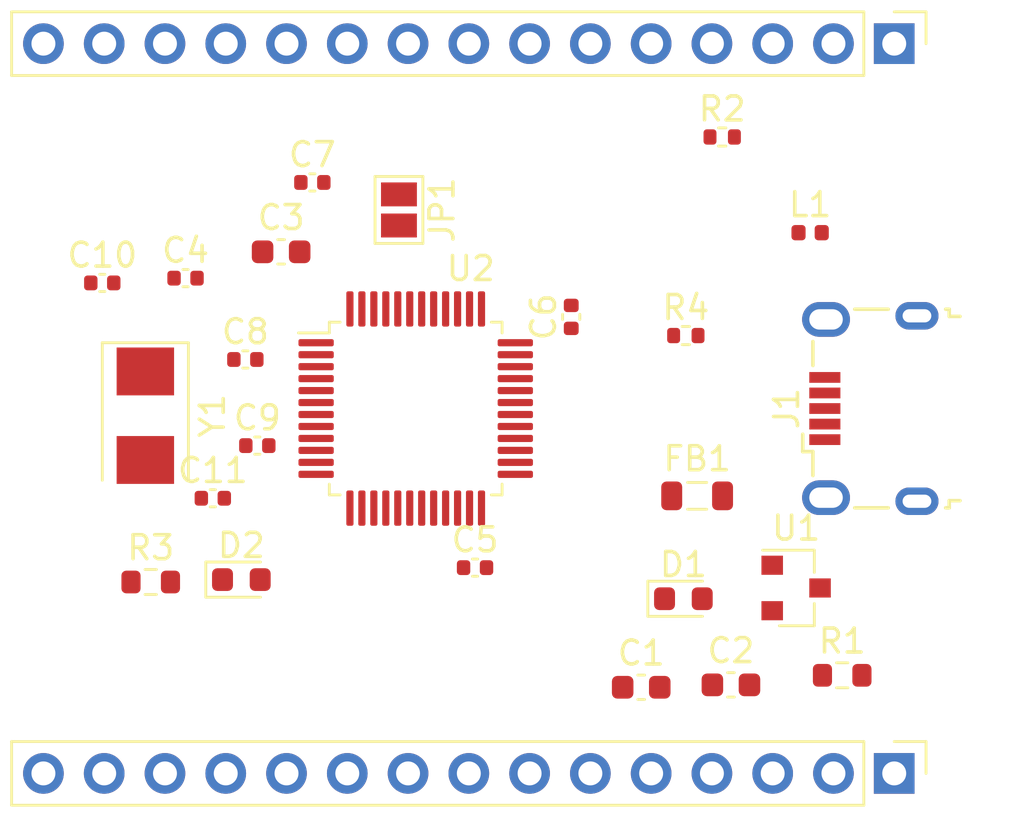
<source format=kicad_pcb>
(kicad_pcb (version 20171130) (host pcbnew "(5.1.10-1-10_14)")

  (general
    (thickness 1.6)
    (drawings 0)
    (tracks 0)
    (zones 0)
    (modules 26)
    (nets 49)
  )

  (page A4)
  (layers
    (0 F.Cu signal)
    (31 B.Cu signal)
    (32 B.Adhes user)
    (33 F.Adhes user)
    (34 B.Paste user)
    (35 F.Paste user)
    (36 B.SilkS user)
    (37 F.SilkS user)
    (38 B.Mask user)
    (39 F.Mask user)
    (40 Dwgs.User user)
    (41 Cmts.User user)
    (42 Eco1.User user)
    (43 Eco2.User user)
    (44 Edge.Cuts user)
    (45 Margin user)
    (46 B.CrtYd user)
    (47 F.CrtYd user)
    (48 B.Fab user)
    (49 F.Fab user)
  )

  (setup
    (last_trace_width 0.25)
    (trace_clearance 0.2)
    (zone_clearance 0.508)
    (zone_45_only no)
    (trace_min 0.2)
    (via_size 0.8)
    (via_drill 0.4)
    (via_min_size 0.4)
    (via_min_drill 0.3)
    (uvia_size 0.3)
    (uvia_drill 0.1)
    (uvias_allowed no)
    (uvia_min_size 0.2)
    (uvia_min_drill 0.1)
    (edge_width 0.05)
    (segment_width 0.2)
    (pcb_text_width 0.3)
    (pcb_text_size 1.5 1.5)
    (mod_edge_width 0.12)
    (mod_text_size 1 1)
    (mod_text_width 0.15)
    (pad_size 1.524 1.524)
    (pad_drill 0.762)
    (pad_to_mask_clearance 0)
    (aux_axis_origin 0 0)
    (visible_elements FFFFFF7F)
    (pcbplotparams
      (layerselection 0x010fc_ffffffff)
      (usegerberextensions false)
      (usegerberattributes true)
      (usegerberadvancedattributes true)
      (creategerberjobfile true)
      (excludeedgelayer true)
      (linewidth 0.100000)
      (plotframeref false)
      (viasonmask false)
      (mode 1)
      (useauxorigin false)
      (hpglpennumber 1)
      (hpglpenspeed 20)
      (hpglpendiameter 15.000000)
      (psnegative false)
      (psa4output false)
      (plotreference true)
      (plotvalue true)
      (plotinvisibletext false)
      (padsonsilk false)
      (subtractmaskfromsilk false)
      (outputformat 1)
      (mirror false)
      (drillshape 1)
      (scaleselection 1)
      (outputdirectory ""))
  )

  (net 0 "")
  (net 1 GND)
  (net 2 VCC)
  (net 3 +3V3)
  (net 4 +3.3VA)
  (net 5 /HSE_OUT)
  (net 6 /HSE_IN)
  (net 7 "Net-(D1-Pad1)")
  (net 8 /LED_STAT)
  (net 9 "Net-(D2-Pad1)")
  (net 10 +5V)
  (net 11 "Net-(J1-Pad6)")
  (net 12 "Net-(J1-Pad4)")
  (net 13 USB_D+)
  (net 14 USB_D-)
  (net 15 PC15)
  (net 16 PC14)
  (net 17 PC13)
  (net 18 PB9)
  (net 19 PB8)
  (net 20 PB7)
  (net 21 PB6)
  (net 22 PB5)
  (net 23 PB4)
  (net 24 SWO)
  (net 25 PA15)
  (net 26 SWCLK)
  (net 27 SWDIO)
  (net 28 PA3)
  (net 29 PA4)
  (net 30 PA5)
  (net 31 PA6)
  (net 32 PA7)
  (net 33 PB0)
  (net 34 PB1)
  (net 35 PB2)
  (net 36 PB10)
  (net 37 PB11)
  (net 38 PA8)
  (net 39 PA9)
  (net 40 PA10)
  (net 41 /BOOT0)
  (net 42 "Net-(U2-Pad28)")
  (net 43 "Net-(U2-Pad27)")
  (net 44 "Net-(U2-Pad26)")
  (net 45 "Net-(U2-Pad25)")
  (net 46 "Net-(U2-Pad12)")
  (net 47 "Net-(U2-Pad10)")
  (net 48 "Net-(U2-Pad7)")

  (net_class Default "This is the default net class."
    (clearance 0.2)
    (trace_width 0.25)
    (via_dia 0.8)
    (via_drill 0.4)
    (uvia_dia 0.3)
    (uvia_drill 0.1)
    (add_net +3.3VA)
    (add_net +3V3)
    (add_net +5V)
    (add_net /BOOT0)
    (add_net /HSE_IN)
    (add_net /HSE_OUT)
    (add_net /LED_STAT)
    (add_net GND)
    (add_net "Net-(D1-Pad1)")
    (add_net "Net-(D2-Pad1)")
    (add_net "Net-(J1-Pad4)")
    (add_net "Net-(J1-Pad6)")
    (add_net "Net-(U2-Pad10)")
    (add_net "Net-(U2-Pad12)")
    (add_net "Net-(U2-Pad25)")
    (add_net "Net-(U2-Pad26)")
    (add_net "Net-(U2-Pad27)")
    (add_net "Net-(U2-Pad28)")
    (add_net "Net-(U2-Pad7)")
    (add_net PA10)
    (add_net PA15)
    (add_net PA3)
    (add_net PA4)
    (add_net PA5)
    (add_net PA6)
    (add_net PA7)
    (add_net PA8)
    (add_net PA9)
    (add_net PB0)
    (add_net PB1)
    (add_net PB10)
    (add_net PB11)
    (add_net PB2)
    (add_net PB4)
    (add_net PB5)
    (add_net PB6)
    (add_net PB7)
    (add_net PB8)
    (add_net PB9)
    (add_net PC13)
    (add_net PC14)
    (add_net PC15)
    (add_net SWCLK)
    (add_net SWDIO)
    (add_net SWO)
    (add_net USB_D+)
    (add_net USB_D-)
    (add_net VCC)
  )

  (module Crystal:Crystal_SMD_5032-2Pin_5.0x3.2mm (layer F.Cu) (tedit 5A0FD1B2) (tstamp 60D752A2)
    (at 118.7 115.55 270)
    (descr "SMD Crystal SERIES SMD2520/2 http://www.icbase.com/File/PDF/HKC/HKC00061008.pdf, 5.0x3.2mm^2 package")
    (tags "SMD SMT crystal")
    (path /60D6E442)
    (attr smd)
    (fp_text reference Y1 (at 0 -2.8 90) (layer F.SilkS)
      (effects (font (size 1 1) (thickness 0.15)))
    )
    (fp_text value 8MHz (at 0 2.8 90) (layer F.Fab)
      (effects (font (size 1 1) (thickness 0.15)))
    )
    (fp_circle (center 0 0) (end 0.093333 0) (layer F.Adhes) (width 0.186667))
    (fp_circle (center 0 0) (end 0.213333 0) (layer F.Adhes) (width 0.133333))
    (fp_circle (center 0 0) (end 0.333333 0) (layer F.Adhes) (width 0.133333))
    (fp_circle (center 0 0) (end 0.4 0) (layer F.Adhes) (width 0.1))
    (fp_line (start 3.1 -1.9) (end -3.1 -1.9) (layer F.CrtYd) (width 0.05))
    (fp_line (start 3.1 1.9) (end 3.1 -1.9) (layer F.CrtYd) (width 0.05))
    (fp_line (start -3.1 1.9) (end 3.1 1.9) (layer F.CrtYd) (width 0.05))
    (fp_line (start -3.1 -1.9) (end -3.1 1.9) (layer F.CrtYd) (width 0.05))
    (fp_line (start -3.05 1.8) (end 2.7 1.8) (layer F.SilkS) (width 0.12))
    (fp_line (start -3.05 -1.8) (end -3.05 1.8) (layer F.SilkS) (width 0.12))
    (fp_line (start 2.7 -1.8) (end -3.05 -1.8) (layer F.SilkS) (width 0.12))
    (fp_line (start -2.5 0.6) (end -1.5 1.6) (layer F.Fab) (width 0.1))
    (fp_line (start -2.5 -1.4) (end -2.3 -1.6) (layer F.Fab) (width 0.1))
    (fp_line (start -2.5 1.4) (end -2.5 -1.4) (layer F.Fab) (width 0.1))
    (fp_line (start -2.3 1.6) (end -2.5 1.4) (layer F.Fab) (width 0.1))
    (fp_line (start 2.3 1.6) (end -2.3 1.6) (layer F.Fab) (width 0.1))
    (fp_line (start 2.5 1.4) (end 2.3 1.6) (layer F.Fab) (width 0.1))
    (fp_line (start 2.5 -1.4) (end 2.5 1.4) (layer F.Fab) (width 0.1))
    (fp_line (start 2.3 -1.6) (end 2.5 -1.4) (layer F.Fab) (width 0.1))
    (fp_line (start -2.3 -1.6) (end 2.3 -1.6) (layer F.Fab) (width 0.1))
    (fp_text user %R (at 0 0 90) (layer F.Fab)
      (effects (font (size 1 1) (thickness 0.15)))
    )
    (pad 2 smd rect (at 1.85 0 270) (size 2 2.4) (layers F.Cu F.Paste F.Mask)
      (net 6 /HSE_IN))
    (pad 1 smd rect (at -1.85 0 270) (size 2 2.4) (layers F.Cu F.Paste F.Mask)
      (net 5 /HSE_OUT))
    (model ${KISYS3DMOD}/Crystal.3dshapes/Crystal_SMD_5032-2Pin_5.0x3.2mm.wrl
      (at (xyz 0 0 0))
      (scale (xyz 1 1 1))
      (rotate (xyz 0 0 0))
    )
  )

  (module Package_QFP:LQFP-48_7x7mm_P0.5mm (layer F.Cu) (tedit 5D9F72AF) (tstamp 60D7D206)
    (at 130 115.25)
    (descr "LQFP, 48 Pin (https://www.analog.com/media/en/technical-documentation/data-sheets/ltc2358-16.pdf), generated with kicad-footprint-generator ipc_gullwing_generator.py")
    (tags "LQFP QFP")
    (path /60D73076)
    (attr smd)
    (fp_text reference U2 (at 2.3 -5.85) (layer F.SilkS)
      (effects (font (size 1 1) (thickness 0.15)))
    )
    (fp_text value STM32F103C8T6 (at 0 5.85) (layer F.Fab) hide
      (effects (font (size 1 1) (thickness 0.15)))
    )
    (fp_line (start 5.15 3.15) (end 5.15 0) (layer F.CrtYd) (width 0.05))
    (fp_line (start 3.75 3.15) (end 5.15 3.15) (layer F.CrtYd) (width 0.05))
    (fp_line (start 3.75 3.75) (end 3.75 3.15) (layer F.CrtYd) (width 0.05))
    (fp_line (start 3.15 3.75) (end 3.75 3.75) (layer F.CrtYd) (width 0.05))
    (fp_line (start 3.15 5.15) (end 3.15 3.75) (layer F.CrtYd) (width 0.05))
    (fp_line (start 0 5.15) (end 3.15 5.15) (layer F.CrtYd) (width 0.05))
    (fp_line (start -5.15 3.15) (end -5.15 0) (layer F.CrtYd) (width 0.05))
    (fp_line (start -3.75 3.15) (end -5.15 3.15) (layer F.CrtYd) (width 0.05))
    (fp_line (start -3.75 3.75) (end -3.75 3.15) (layer F.CrtYd) (width 0.05))
    (fp_line (start -3.15 3.75) (end -3.75 3.75) (layer F.CrtYd) (width 0.05))
    (fp_line (start -3.15 5.15) (end -3.15 3.75) (layer F.CrtYd) (width 0.05))
    (fp_line (start 0 5.15) (end -3.15 5.15) (layer F.CrtYd) (width 0.05))
    (fp_line (start 5.15 -3.15) (end 5.15 0) (layer F.CrtYd) (width 0.05))
    (fp_line (start 3.75 -3.15) (end 5.15 -3.15) (layer F.CrtYd) (width 0.05))
    (fp_line (start 3.75 -3.75) (end 3.75 -3.15) (layer F.CrtYd) (width 0.05))
    (fp_line (start 3.15 -3.75) (end 3.75 -3.75) (layer F.CrtYd) (width 0.05))
    (fp_line (start 3.15 -5.15) (end 3.15 -3.75) (layer F.CrtYd) (width 0.05))
    (fp_line (start 0 -5.15) (end 3.15 -5.15) (layer F.CrtYd) (width 0.05))
    (fp_line (start -5.15 -3.15) (end -5.15 0) (layer F.CrtYd) (width 0.05))
    (fp_line (start -3.75 -3.15) (end -5.15 -3.15) (layer F.CrtYd) (width 0.05))
    (fp_line (start -3.75 -3.75) (end -3.75 -3.15) (layer F.CrtYd) (width 0.05))
    (fp_line (start -3.15 -3.75) (end -3.75 -3.75) (layer F.CrtYd) (width 0.05))
    (fp_line (start -3.15 -5.15) (end -3.15 -3.75) (layer F.CrtYd) (width 0.05))
    (fp_line (start 0 -5.15) (end -3.15 -5.15) (layer F.CrtYd) (width 0.05))
    (fp_line (start -3.5 -2.5) (end -2.5 -3.5) (layer F.Fab) (width 0.1))
    (fp_line (start -3.5 3.5) (end -3.5 -2.5) (layer F.Fab) (width 0.1))
    (fp_line (start 3.5 3.5) (end -3.5 3.5) (layer F.Fab) (width 0.1))
    (fp_line (start 3.5 -3.5) (end 3.5 3.5) (layer F.Fab) (width 0.1))
    (fp_line (start -2.5 -3.5) (end 3.5 -3.5) (layer F.Fab) (width 0.1))
    (fp_line (start -3.61 -3.16) (end -4.9 -3.16) (layer F.SilkS) (width 0.12))
    (fp_line (start -3.61 -3.61) (end -3.61 -3.16) (layer F.SilkS) (width 0.12))
    (fp_line (start -3.16 -3.61) (end -3.61 -3.61) (layer F.SilkS) (width 0.12))
    (fp_line (start 3.61 -3.61) (end 3.61 -3.16) (layer F.SilkS) (width 0.12))
    (fp_line (start 3.16 -3.61) (end 3.61 -3.61) (layer F.SilkS) (width 0.12))
    (fp_line (start -3.61 3.61) (end -3.61 3.16) (layer F.SilkS) (width 0.12))
    (fp_line (start -3.16 3.61) (end -3.61 3.61) (layer F.SilkS) (width 0.12))
    (fp_line (start 3.61 3.61) (end 3.61 3.16) (layer F.SilkS) (width 0.12))
    (fp_line (start 3.16 3.61) (end 3.61 3.61) (layer F.SilkS) (width 0.12))
    (fp_text user %R (at 0 0) (layer F.Fab) hide
      (effects (font (size 1 1) (thickness 0.15)))
    )
    (pad 48 smd roundrect (at -2.75 -4.1625) (size 0.3 1.475) (layers F.Cu F.Paste F.Mask) (roundrect_rratio 0.25)
      (net 3 +3V3))
    (pad 47 smd roundrect (at -2.25 -4.1625) (size 0.3 1.475) (layers F.Cu F.Paste F.Mask) (roundrect_rratio 0.25)
      (net 1 GND))
    (pad 46 smd roundrect (at -1.75 -4.1625) (size 0.3 1.475) (layers F.Cu F.Paste F.Mask) (roundrect_rratio 0.25)
      (net 18 PB9))
    (pad 45 smd roundrect (at -1.25 -4.1625) (size 0.3 1.475) (layers F.Cu F.Paste F.Mask) (roundrect_rratio 0.25)
      (net 19 PB8))
    (pad 44 smd roundrect (at -0.75 -4.1625) (size 0.3 1.475) (layers F.Cu F.Paste F.Mask) (roundrect_rratio 0.25)
      (net 41 /BOOT0))
    (pad 43 smd roundrect (at -0.25 -4.1625) (size 0.3 1.475) (layers F.Cu F.Paste F.Mask) (roundrect_rratio 0.25)
      (net 20 PB7))
    (pad 42 smd roundrect (at 0.25 -4.1625) (size 0.3 1.475) (layers F.Cu F.Paste F.Mask) (roundrect_rratio 0.25)
      (net 21 PB6))
    (pad 41 smd roundrect (at 0.75 -4.1625) (size 0.3 1.475) (layers F.Cu F.Paste F.Mask) (roundrect_rratio 0.25)
      (net 22 PB5))
    (pad 40 smd roundrect (at 1.25 -4.1625) (size 0.3 1.475) (layers F.Cu F.Paste F.Mask) (roundrect_rratio 0.25)
      (net 23 PB4))
    (pad 39 smd roundrect (at 1.75 -4.1625) (size 0.3 1.475) (layers F.Cu F.Paste F.Mask) (roundrect_rratio 0.25)
      (net 24 SWO))
    (pad 38 smd roundrect (at 2.25 -4.1625) (size 0.3 1.475) (layers F.Cu F.Paste F.Mask) (roundrect_rratio 0.25)
      (net 25 PA15))
    (pad 37 smd roundrect (at 2.75 -4.1625) (size 0.3 1.475) (layers F.Cu F.Paste F.Mask) (roundrect_rratio 0.25)
      (net 26 SWCLK))
    (pad 36 smd roundrect (at 4.1625 -2.75) (size 1.475 0.3) (layers F.Cu F.Paste F.Mask) (roundrect_rratio 0.25)
      (net 3 +3V3))
    (pad 35 smd roundrect (at 4.1625 -2.25) (size 1.475 0.3) (layers F.Cu F.Paste F.Mask) (roundrect_rratio 0.25)
      (net 1 GND))
    (pad 34 smd roundrect (at 4.1625 -1.75) (size 1.475 0.3) (layers F.Cu F.Paste F.Mask) (roundrect_rratio 0.25)
      (net 27 SWDIO))
    (pad 33 smd roundrect (at 4.1625 -1.25) (size 1.475 0.3) (layers F.Cu F.Paste F.Mask) (roundrect_rratio 0.25)
      (net 13 USB_D+))
    (pad 32 smd roundrect (at 4.1625 -0.75) (size 1.475 0.3) (layers F.Cu F.Paste F.Mask) (roundrect_rratio 0.25)
      (net 14 USB_D-))
    (pad 31 smd roundrect (at 4.1625 -0.25) (size 1.475 0.3) (layers F.Cu F.Paste F.Mask) (roundrect_rratio 0.25)
      (net 40 PA10))
    (pad 30 smd roundrect (at 4.1625 0.25) (size 1.475 0.3) (layers F.Cu F.Paste F.Mask) (roundrect_rratio 0.25)
      (net 39 PA9))
    (pad 29 smd roundrect (at 4.1625 0.75) (size 1.475 0.3) (layers F.Cu F.Paste F.Mask) (roundrect_rratio 0.25)
      (net 38 PA8))
    (pad 28 smd roundrect (at 4.1625 1.25) (size 1.475 0.3) (layers F.Cu F.Paste F.Mask) (roundrect_rratio 0.25)
      (net 42 "Net-(U2-Pad28)"))
    (pad 27 smd roundrect (at 4.1625 1.75) (size 1.475 0.3) (layers F.Cu F.Paste F.Mask) (roundrect_rratio 0.25)
      (net 43 "Net-(U2-Pad27)"))
    (pad 26 smd roundrect (at 4.1625 2.25) (size 1.475 0.3) (layers F.Cu F.Paste F.Mask) (roundrect_rratio 0.25)
      (net 44 "Net-(U2-Pad26)"))
    (pad 25 smd roundrect (at 4.1625 2.75) (size 1.475 0.3) (layers F.Cu F.Paste F.Mask) (roundrect_rratio 0.25)
      (net 45 "Net-(U2-Pad25)"))
    (pad 24 smd roundrect (at 2.75 4.1625) (size 0.3 1.475) (layers F.Cu F.Paste F.Mask) (roundrect_rratio 0.25)
      (net 3 +3V3))
    (pad 23 smd roundrect (at 2.25 4.1625) (size 0.3 1.475) (layers F.Cu F.Paste F.Mask) (roundrect_rratio 0.25)
      (net 1 GND))
    (pad 22 smd roundrect (at 1.75 4.1625) (size 0.3 1.475) (layers F.Cu F.Paste F.Mask) (roundrect_rratio 0.25)
      (net 37 PB11))
    (pad 21 smd roundrect (at 1.25 4.1625) (size 0.3 1.475) (layers F.Cu F.Paste F.Mask) (roundrect_rratio 0.25)
      (net 36 PB10))
    (pad 20 smd roundrect (at 0.75 4.1625) (size 0.3 1.475) (layers F.Cu F.Paste F.Mask) (roundrect_rratio 0.25)
      (net 35 PB2))
    (pad 19 smd roundrect (at 0.25 4.1625) (size 0.3 1.475) (layers F.Cu F.Paste F.Mask) (roundrect_rratio 0.25)
      (net 34 PB1))
    (pad 18 smd roundrect (at -0.25 4.1625) (size 0.3 1.475) (layers F.Cu F.Paste F.Mask) (roundrect_rratio 0.25)
      (net 33 PB0))
    (pad 17 smd roundrect (at -0.75 4.1625) (size 0.3 1.475) (layers F.Cu F.Paste F.Mask) (roundrect_rratio 0.25)
      (net 32 PA7))
    (pad 16 smd roundrect (at -1.25 4.1625) (size 0.3 1.475) (layers F.Cu F.Paste F.Mask) (roundrect_rratio 0.25)
      (net 31 PA6))
    (pad 15 smd roundrect (at -1.75 4.1625) (size 0.3 1.475) (layers F.Cu F.Paste F.Mask) (roundrect_rratio 0.25)
      (net 30 PA5))
    (pad 14 smd roundrect (at -2.25 4.1625) (size 0.3 1.475) (layers F.Cu F.Paste F.Mask) (roundrect_rratio 0.25)
      (net 29 PA4))
    (pad 13 smd roundrect (at -2.75 4.1625) (size 0.3 1.475) (layers F.Cu F.Paste F.Mask) (roundrect_rratio 0.25)
      (net 28 PA3))
    (pad 12 smd roundrect (at -4.1625 2.75) (size 1.475 0.3) (layers F.Cu F.Paste F.Mask) (roundrect_rratio 0.25)
      (net 46 "Net-(U2-Pad12)"))
    (pad 11 smd roundrect (at -4.1625 2.25) (size 1.475 0.3) (layers F.Cu F.Paste F.Mask) (roundrect_rratio 0.25)
      (net 8 /LED_STAT))
    (pad 10 smd roundrect (at -4.1625 1.75) (size 1.475 0.3) (layers F.Cu F.Paste F.Mask) (roundrect_rratio 0.25)
      (net 47 "Net-(U2-Pad10)"))
    (pad 9 smd roundrect (at -4.1625 1.25) (size 1.475 0.3) (layers F.Cu F.Paste F.Mask) (roundrect_rratio 0.25)
      (net 4 +3.3VA))
    (pad 8 smd roundrect (at -4.1625 0.75) (size 1.475 0.3) (layers F.Cu F.Paste F.Mask) (roundrect_rratio 0.25)
      (net 1 GND))
    (pad 7 smd roundrect (at -4.1625 0.25) (size 1.475 0.3) (layers F.Cu F.Paste F.Mask) (roundrect_rratio 0.25)
      (net 48 "Net-(U2-Pad7)"))
    (pad 6 smd roundrect (at -4.1625 -0.25) (size 1.475 0.3) (layers F.Cu F.Paste F.Mask) (roundrect_rratio 0.25)
      (net 6 /HSE_IN))
    (pad 5 smd roundrect (at -4.1625 -0.75) (size 1.475 0.3) (layers F.Cu F.Paste F.Mask) (roundrect_rratio 0.25)
      (net 5 /HSE_OUT))
    (pad 4 smd roundrect (at -4.1625 -1.25) (size 1.475 0.3) (layers F.Cu F.Paste F.Mask) (roundrect_rratio 0.25)
      (net 15 PC15))
    (pad 3 smd roundrect (at -4.1625 -1.75) (size 1.475 0.3) (layers F.Cu F.Paste F.Mask) (roundrect_rratio 0.25)
      (net 16 PC14))
    (pad 2 smd roundrect (at -4.1625 -2.25) (size 1.475 0.3) (layers F.Cu F.Paste F.Mask) (roundrect_rratio 0.25)
      (net 17 PC13))
    (pad 1 smd roundrect (at -4.1625 -2.75) (size 1.475 0.3) (layers F.Cu F.Paste F.Mask) (roundrect_rratio 0.25)
      (net 3 +3V3))
    (model ${KISYS3DMOD}/Package_QFP.3dshapes/LQFP-48_7x7mm_P0.5mm.wrl
      (at (xyz 0 0 0))
      (scale (xyz 1 1 1))
      (rotate (xyz 0 0 0))
    )
  )

  (module Package_TO_SOT_SMD:SOT-23 (layer F.Cu) (tedit 5A02FF57) (tstamp 60D7D47A)
    (at 145.9 122.75)
    (descr "SOT-23, Standard")
    (tags SOT-23)
    (path /60D60935)
    (attr smd)
    (fp_text reference U1 (at 0 -2.5) (layer F.SilkS)
      (effects (font (size 1 1) (thickness 0.15)))
    )
    (fp_text value XC6206P332MR (at 0 2.5) (layer F.Fab)
      (effects (font (size 1 1) (thickness 0.15)))
    )
    (fp_line (start 0.76 1.58) (end -0.7 1.58) (layer F.SilkS) (width 0.12))
    (fp_line (start 0.76 -1.58) (end -1.4 -1.58) (layer F.SilkS) (width 0.12))
    (fp_line (start -1.7 1.75) (end -1.7 -1.75) (layer F.CrtYd) (width 0.05))
    (fp_line (start 1.7 1.75) (end -1.7 1.75) (layer F.CrtYd) (width 0.05))
    (fp_line (start 1.7 -1.75) (end 1.7 1.75) (layer F.CrtYd) (width 0.05))
    (fp_line (start -1.7 -1.75) (end 1.7 -1.75) (layer F.CrtYd) (width 0.05))
    (fp_line (start 0.76 -1.58) (end 0.76 -0.65) (layer F.SilkS) (width 0.12))
    (fp_line (start 0.76 1.58) (end 0.76 0.65) (layer F.SilkS) (width 0.12))
    (fp_line (start -0.7 1.52) (end 0.7 1.52) (layer F.Fab) (width 0.1))
    (fp_line (start 0.7 -1.52) (end 0.7 1.52) (layer F.Fab) (width 0.1))
    (fp_line (start -0.7 -0.95) (end -0.15 -1.52) (layer F.Fab) (width 0.1))
    (fp_line (start -0.15 -1.52) (end 0.7 -1.52) (layer F.Fab) (width 0.1))
    (fp_line (start -0.7 -0.95) (end -0.7 1.5) (layer F.Fab) (width 0.1))
    (fp_text user %R (at 0 0 90) (layer F.Fab)
      (effects (font (size 0.5 0.5) (thickness 0.075)))
    )
    (pad 3 smd rect (at 1 0) (size 0.9 0.8) (layers F.Cu F.Paste F.Mask)
      (net 2 VCC))
    (pad 2 smd rect (at -1 0.95) (size 0.9 0.8) (layers F.Cu F.Paste F.Mask)
      (net 3 +3V3))
    (pad 1 smd rect (at -1 -0.95) (size 0.9 0.8) (layers F.Cu F.Paste F.Mask)
      (net 1 GND))
    (model ${KISYS3DMOD}/Package_TO_SOT_SMD.3dshapes/SOT-23.wrl
      (at (xyz 0 0 0))
      (scale (xyz 1 1 1))
      (rotate (xyz 0 0 0))
    )
  )

  (module Resistor_SMD:R_0402_1005Metric (layer F.Cu) (tedit 5F68FEEE) (tstamp 60D75217)
    (at 141.29 112.2)
    (descr "Resistor SMD 0402 (1005 Metric), square (rectangular) end terminal, IPC_7351 nominal, (Body size source: IPC-SM-782 page 72, https://www.pcb-3d.com/wordpress/wp-content/uploads/ipc-sm-782a_amendment_1_and_2.pdf), generated with kicad-footprint-generator")
    (tags resistor)
    (path /60D829FA)
    (attr smd)
    (fp_text reference R4 (at 0 -1.17) (layer F.SilkS)
      (effects (font (size 1 1) (thickness 0.15)))
    )
    (fp_text value 1k5 (at 0 1.17) (layer F.Fab)
      (effects (font (size 1 1) (thickness 0.15)))
    )
    (fp_line (start 0.93 0.47) (end -0.93 0.47) (layer F.CrtYd) (width 0.05))
    (fp_line (start 0.93 -0.47) (end 0.93 0.47) (layer F.CrtYd) (width 0.05))
    (fp_line (start -0.93 -0.47) (end 0.93 -0.47) (layer F.CrtYd) (width 0.05))
    (fp_line (start -0.93 0.47) (end -0.93 -0.47) (layer F.CrtYd) (width 0.05))
    (fp_line (start -0.153641 0.38) (end 0.153641 0.38) (layer F.SilkS) (width 0.12))
    (fp_line (start -0.153641 -0.38) (end 0.153641 -0.38) (layer F.SilkS) (width 0.12))
    (fp_line (start 0.525 0.27) (end -0.525 0.27) (layer F.Fab) (width 0.1))
    (fp_line (start 0.525 -0.27) (end 0.525 0.27) (layer F.Fab) (width 0.1))
    (fp_line (start -0.525 -0.27) (end 0.525 -0.27) (layer F.Fab) (width 0.1))
    (fp_line (start -0.525 0.27) (end -0.525 -0.27) (layer F.Fab) (width 0.1))
    (fp_text user %R (at 0 0) (layer F.Fab)
      (effects (font (size 0.26 0.26) (thickness 0.04)))
    )
    (pad 2 smd roundrect (at 0.51 0) (size 0.54 0.64) (layers F.Cu F.Paste F.Mask) (roundrect_rratio 0.25)
      (net 13 USB_D+))
    (pad 1 smd roundrect (at -0.51 0) (size 0.54 0.64) (layers F.Cu F.Paste F.Mask) (roundrect_rratio 0.25)
      (net 3 +3V3))
    (model ${KISYS3DMOD}/Resistor_SMD.3dshapes/R_0402_1005Metric.wrl
      (at (xyz 0 0 0))
      (scale (xyz 1 1 1))
      (rotate (xyz 0 0 0))
    )
  )

  (module Resistor_SMD:R_0603_1608Metric (layer F.Cu) (tedit 5F68FEEE) (tstamp 60D75206)
    (at 118.925 122.5)
    (descr "Resistor SMD 0603 (1608 Metric), square (rectangular) end terminal, IPC_7351 nominal, (Body size source: IPC-SM-782 page 72, https://www.pcb-3d.com/wordpress/wp-content/uploads/ipc-sm-782a_amendment_1_and_2.pdf), generated with kicad-footprint-generator")
    (tags resistor)
    (path /60D8979E)
    (attr smd)
    (fp_text reference R3 (at 0 -1.43) (layer F.SilkS)
      (effects (font (size 1 1) (thickness 0.15)))
    )
    (fp_text value 1k5 (at 0 1.43) (layer F.Fab)
      (effects (font (size 1 1) (thickness 0.15)))
    )
    (fp_line (start 1.48 0.73) (end -1.48 0.73) (layer F.CrtYd) (width 0.05))
    (fp_line (start 1.48 -0.73) (end 1.48 0.73) (layer F.CrtYd) (width 0.05))
    (fp_line (start -1.48 -0.73) (end 1.48 -0.73) (layer F.CrtYd) (width 0.05))
    (fp_line (start -1.48 0.73) (end -1.48 -0.73) (layer F.CrtYd) (width 0.05))
    (fp_line (start -0.237258 0.5225) (end 0.237258 0.5225) (layer F.SilkS) (width 0.12))
    (fp_line (start -0.237258 -0.5225) (end 0.237258 -0.5225) (layer F.SilkS) (width 0.12))
    (fp_line (start 0.8 0.4125) (end -0.8 0.4125) (layer F.Fab) (width 0.1))
    (fp_line (start 0.8 -0.4125) (end 0.8 0.4125) (layer F.Fab) (width 0.1))
    (fp_line (start -0.8 -0.4125) (end 0.8 -0.4125) (layer F.Fab) (width 0.1))
    (fp_line (start -0.8 0.4125) (end -0.8 -0.4125) (layer F.Fab) (width 0.1))
    (fp_text user %R (at 0 0) (layer F.Fab)
      (effects (font (size 0.4 0.4) (thickness 0.06)))
    )
    (pad 2 smd roundrect (at 0.825 0) (size 0.8 0.95) (layers F.Cu F.Paste F.Mask) (roundrect_rratio 0.25)
      (net 1 GND))
    (pad 1 smd roundrect (at -0.825 0) (size 0.8 0.95) (layers F.Cu F.Paste F.Mask) (roundrect_rratio 0.25)
      (net 9 "Net-(D2-Pad1)"))
    (model ${KISYS3DMOD}/Resistor_SMD.3dshapes/R_0603_1608Metric.wrl
      (at (xyz 0 0 0))
      (scale (xyz 1 1 1))
      (rotate (xyz 0 0 0))
    )
  )

  (module Resistor_SMD:R_0402_1005Metric (layer F.Cu) (tedit 5F68FEEE) (tstamp 60D751F5)
    (at 142.81 103.9)
    (descr "Resistor SMD 0402 (1005 Metric), square (rectangular) end terminal, IPC_7351 nominal, (Body size source: IPC-SM-782 page 72, https://www.pcb-3d.com/wordpress/wp-content/uploads/ipc-sm-782a_amendment_1_and_2.pdf), generated with kicad-footprint-generator")
    (tags resistor)
    (path /60D95D39)
    (attr smd)
    (fp_text reference R2 (at 0 -1.17) (layer F.SilkS)
      (effects (font (size 1 1) (thickness 0.15)))
    )
    (fp_text value 10k (at 0 1.17) (layer F.Fab)
      (effects (font (size 1 1) (thickness 0.15)))
    )
    (fp_line (start 0.93 0.47) (end -0.93 0.47) (layer F.CrtYd) (width 0.05))
    (fp_line (start 0.93 -0.47) (end 0.93 0.47) (layer F.CrtYd) (width 0.05))
    (fp_line (start -0.93 -0.47) (end 0.93 -0.47) (layer F.CrtYd) (width 0.05))
    (fp_line (start -0.93 0.47) (end -0.93 -0.47) (layer F.CrtYd) (width 0.05))
    (fp_line (start -0.153641 0.38) (end 0.153641 0.38) (layer F.SilkS) (width 0.12))
    (fp_line (start -0.153641 -0.38) (end 0.153641 -0.38) (layer F.SilkS) (width 0.12))
    (fp_line (start 0.525 0.27) (end -0.525 0.27) (layer F.Fab) (width 0.1))
    (fp_line (start 0.525 -0.27) (end 0.525 0.27) (layer F.Fab) (width 0.1))
    (fp_line (start -0.525 -0.27) (end 0.525 -0.27) (layer F.Fab) (width 0.1))
    (fp_line (start -0.525 0.27) (end -0.525 -0.27) (layer F.Fab) (width 0.1))
    (fp_text user %R (at 0 0) (layer F.Fab)
      (effects (font (size 0.26 0.26) (thickness 0.04)))
    )
    (pad 2 smd roundrect (at 0.51 0) (size 0.54 0.64) (layers F.Cu F.Paste F.Mask) (roundrect_rratio 0.25)
      (net 1 GND))
    (pad 1 smd roundrect (at -0.51 0) (size 0.54 0.64) (layers F.Cu F.Paste F.Mask) (roundrect_rratio 0.25)
      (net 41 /BOOT0))
    (model ${KISYS3DMOD}/Resistor_SMD.3dshapes/R_0402_1005Metric.wrl
      (at (xyz 0 0 0))
      (scale (xyz 1 1 1))
      (rotate (xyz 0 0 0))
    )
  )

  (module Resistor_SMD:R_0603_1608Metric (layer F.Cu) (tedit 5F68FEEE) (tstamp 60D751E4)
    (at 147.825 126.4)
    (descr "Resistor SMD 0603 (1608 Metric), square (rectangular) end terminal, IPC_7351 nominal, (Body size source: IPC-SM-782 page 72, https://www.pcb-3d.com/wordpress/wp-content/uploads/ipc-sm-782a_amendment_1_and_2.pdf), generated with kicad-footprint-generator")
    (tags resistor)
    (path /60D712C9)
    (attr smd)
    (fp_text reference R1 (at 0 -1.43) (layer F.SilkS)
      (effects (font (size 1 1) (thickness 0.15)))
    )
    (fp_text value 1k5 (at 0 1.43) (layer F.Fab)
      (effects (font (size 1 1) (thickness 0.15)))
    )
    (fp_line (start 1.48 0.73) (end -1.48 0.73) (layer F.CrtYd) (width 0.05))
    (fp_line (start 1.48 -0.73) (end 1.48 0.73) (layer F.CrtYd) (width 0.05))
    (fp_line (start -1.48 -0.73) (end 1.48 -0.73) (layer F.CrtYd) (width 0.05))
    (fp_line (start -1.48 0.73) (end -1.48 -0.73) (layer F.CrtYd) (width 0.05))
    (fp_line (start -0.237258 0.5225) (end 0.237258 0.5225) (layer F.SilkS) (width 0.12))
    (fp_line (start -0.237258 -0.5225) (end 0.237258 -0.5225) (layer F.SilkS) (width 0.12))
    (fp_line (start 0.8 0.4125) (end -0.8 0.4125) (layer F.Fab) (width 0.1))
    (fp_line (start 0.8 -0.4125) (end 0.8 0.4125) (layer F.Fab) (width 0.1))
    (fp_line (start -0.8 -0.4125) (end 0.8 -0.4125) (layer F.Fab) (width 0.1))
    (fp_line (start -0.8 0.4125) (end -0.8 -0.4125) (layer F.Fab) (width 0.1))
    (fp_text user %R (at 0 0) (layer F.Fab)
      (effects (font (size 0.4 0.4) (thickness 0.06)))
    )
    (pad 2 smd roundrect (at 0.825 0) (size 0.8 0.95) (layers F.Cu F.Paste F.Mask) (roundrect_rratio 0.25)
      (net 1 GND))
    (pad 1 smd roundrect (at -0.825 0) (size 0.8 0.95) (layers F.Cu F.Paste F.Mask) (roundrect_rratio 0.25)
      (net 7 "Net-(D1-Pad1)"))
    (model ${KISYS3DMOD}/Resistor_SMD.3dshapes/R_0603_1608Metric.wrl
      (at (xyz 0 0 0))
      (scale (xyz 1 1 1))
      (rotate (xyz 0 0 0))
    )
  )

  (module Inductor_SMD:L_0402_1005Metric (layer F.Cu) (tedit 5F68FEF0) (tstamp 60D751D3)
    (at 146.485 107.9)
    (descr "Inductor SMD 0402 (1005 Metric), square (rectangular) end terminal, IPC_7351 nominal, (Body size source: http://www.tortai-tech.com/upload/download/2011102023233369053.pdf), generated with kicad-footprint-generator")
    (tags inductor)
    (path /60D8528D)
    (attr smd)
    (fp_text reference L1 (at 0 -1.17) (layer F.SilkS)
      (effects (font (size 1 1) (thickness 0.15)))
    )
    (fp_text value 27n (at 0 1.17) (layer F.Fab)
      (effects (font (size 1 1) (thickness 0.15)))
    )
    (fp_line (start 0.93 0.47) (end -0.93 0.47) (layer F.CrtYd) (width 0.05))
    (fp_line (start 0.93 -0.47) (end 0.93 0.47) (layer F.CrtYd) (width 0.05))
    (fp_line (start -0.93 -0.47) (end 0.93 -0.47) (layer F.CrtYd) (width 0.05))
    (fp_line (start -0.93 0.47) (end -0.93 -0.47) (layer F.CrtYd) (width 0.05))
    (fp_line (start 0.5 0.25) (end -0.5 0.25) (layer F.Fab) (width 0.1))
    (fp_line (start 0.5 -0.25) (end 0.5 0.25) (layer F.Fab) (width 0.1))
    (fp_line (start -0.5 -0.25) (end 0.5 -0.25) (layer F.Fab) (width 0.1))
    (fp_line (start -0.5 0.25) (end -0.5 -0.25) (layer F.Fab) (width 0.1))
    (fp_text user %R (at 0 0) (layer F.Fab)
      (effects (font (size 0.25 0.25) (thickness 0.04)))
    )
    (pad 2 smd roundrect (at 0.485 0) (size 0.59 0.64) (layers F.Cu F.Paste F.Mask) (roundrect_rratio 0.25)
      (net 4 +3.3VA))
    (pad 1 smd roundrect (at -0.485 0) (size 0.59 0.64) (layers F.Cu F.Paste F.Mask) (roundrect_rratio 0.25)
      (net 3 +3V3))
    (model ${KISYS3DMOD}/Inductor_SMD.3dshapes/L_0402_1005Metric.wrl
      (at (xyz 0 0 0))
      (scale (xyz 1 1 1))
      (rotate (xyz 0 0 0))
    )
  )

  (module Jumper:SolderJumper-2_P1.3mm_Open_Pad1.0x1.5mm (layer F.Cu) (tedit 5A3EABFC) (tstamp 60D751C4)
    (at 129.3 106.95 270)
    (descr "SMD Solder Jumper, 1x1.5mm Pads, 0.3mm gap, open")
    (tags "solder jumper open")
    (path /60D986B1)
    (attr virtual)
    (fp_text reference JP1 (at 0 -1.8 90) (layer F.SilkS)
      (effects (font (size 1 1) (thickness 0.15)))
    )
    (fp_text value SolderJumper_2_Open (at 0 1.9 90) (layer F.Fab)
      (effects (font (size 1 1) (thickness 0.15)))
    )
    (fp_line (start 1.65 1.25) (end -1.65 1.25) (layer F.CrtYd) (width 0.05))
    (fp_line (start 1.65 1.25) (end 1.65 -1.25) (layer F.CrtYd) (width 0.05))
    (fp_line (start -1.65 -1.25) (end -1.65 1.25) (layer F.CrtYd) (width 0.05))
    (fp_line (start -1.65 -1.25) (end 1.65 -1.25) (layer F.CrtYd) (width 0.05))
    (fp_line (start -1.4 -1) (end 1.4 -1) (layer F.SilkS) (width 0.12))
    (fp_line (start 1.4 -1) (end 1.4 1) (layer F.SilkS) (width 0.12))
    (fp_line (start 1.4 1) (end -1.4 1) (layer F.SilkS) (width 0.12))
    (fp_line (start -1.4 1) (end -1.4 -1) (layer F.SilkS) (width 0.12))
    (pad 1 smd rect (at -0.65 0 270) (size 1 1.5) (layers F.Cu F.Mask)
      (net 3 +3V3))
    (pad 2 smd rect (at 0.65 0 270) (size 1 1.5) (layers F.Cu F.Mask)
      (net 41 /BOOT0))
  )

  (module Connector_PinHeader_2.54mm:PinHeader_1x15_P2.54mm_Vertical (layer F.Cu) (tedit 59FED5CC) (tstamp 60D751B6)
    (at 150 130.5 270)
    (descr "Through hole straight pin header, 1x15, 2.54mm pitch, single row")
    (tags "Through hole pin header THT 1x15 2.54mm single row")
    (path /60D9C1D6)
    (fp_text reference J3 (at 0 -2.33 90) (layer F.SilkS) hide
      (effects (font (size 1 1) (thickness 0.15)))
    )
    (fp_text value Conn_01x15 (at 0 37.89 90) (layer F.Fab) hide
      (effects (font (size 1 1) (thickness 0.15)))
    )
    (fp_line (start 1.8 -1.8) (end -1.8 -1.8) (layer F.CrtYd) (width 0.05))
    (fp_line (start 1.8 37.35) (end 1.8 -1.8) (layer F.CrtYd) (width 0.05))
    (fp_line (start -1.8 37.35) (end 1.8 37.35) (layer F.CrtYd) (width 0.05))
    (fp_line (start -1.8 -1.8) (end -1.8 37.35) (layer F.CrtYd) (width 0.05))
    (fp_line (start -1.33 -1.33) (end 0 -1.33) (layer F.SilkS) (width 0.12))
    (fp_line (start -1.33 0) (end -1.33 -1.33) (layer F.SilkS) (width 0.12))
    (fp_line (start -1.33 1.27) (end 1.33 1.27) (layer F.SilkS) (width 0.12))
    (fp_line (start 1.33 1.27) (end 1.33 36.89) (layer F.SilkS) (width 0.12))
    (fp_line (start -1.33 1.27) (end -1.33 36.89) (layer F.SilkS) (width 0.12))
    (fp_line (start -1.33 36.89) (end 1.33 36.89) (layer F.SilkS) (width 0.12))
    (fp_line (start -1.27 -0.635) (end -0.635 -1.27) (layer F.Fab) (width 0.1))
    (fp_line (start -1.27 36.83) (end -1.27 -0.635) (layer F.Fab) (width 0.1))
    (fp_line (start 1.27 36.83) (end -1.27 36.83) (layer F.Fab) (width 0.1))
    (fp_line (start 1.27 -1.27) (end 1.27 36.83) (layer F.Fab) (width 0.1))
    (fp_line (start -0.635 -1.27) (end 1.27 -1.27) (layer F.Fab) (width 0.1))
    (fp_text user %R (at 0 17.78) (layer F.Fab) hide
      (effects (font (size 1 1) (thickness 0.15)))
    )
    (pad 15 thru_hole oval (at 0 35.56 270) (size 1.7 1.7) (drill 1) (layers *.Cu *.Mask)
      (net 28 PA3))
    (pad 14 thru_hole oval (at 0 33.02 270) (size 1.7 1.7) (drill 1) (layers *.Cu *.Mask)
      (net 29 PA4))
    (pad 13 thru_hole oval (at 0 30.48 270) (size 1.7 1.7) (drill 1) (layers *.Cu *.Mask)
      (net 30 PA5))
    (pad 12 thru_hole oval (at 0 27.94 270) (size 1.7 1.7) (drill 1) (layers *.Cu *.Mask)
      (net 31 PA6))
    (pad 11 thru_hole oval (at 0 25.4 270) (size 1.7 1.7) (drill 1) (layers *.Cu *.Mask)
      (net 32 PA7))
    (pad 10 thru_hole oval (at 0 22.86 270) (size 1.7 1.7) (drill 1) (layers *.Cu *.Mask)
      (net 33 PB0))
    (pad 9 thru_hole oval (at 0 20.32 270) (size 1.7 1.7) (drill 1) (layers *.Cu *.Mask)
      (net 34 PB1))
    (pad 8 thru_hole oval (at 0 17.78 270) (size 1.7 1.7) (drill 1) (layers *.Cu *.Mask)
      (net 35 PB2))
    (pad 7 thru_hole oval (at 0 15.24 270) (size 1.7 1.7) (drill 1) (layers *.Cu *.Mask)
      (net 36 PB10))
    (pad 6 thru_hole oval (at 0 12.7 270) (size 1.7 1.7) (drill 1) (layers *.Cu *.Mask)
      (net 37 PB11))
    (pad 5 thru_hole oval (at 0 10.16 270) (size 1.7 1.7) (drill 1) (layers *.Cu *.Mask)
      (net 38 PA8))
    (pad 4 thru_hole oval (at 0 7.62 270) (size 1.7 1.7) (drill 1) (layers *.Cu *.Mask)
      (net 39 PA9))
    (pad 3 thru_hole oval (at 0 5.08 270) (size 1.7 1.7) (drill 1) (layers *.Cu *.Mask)
      (net 40 PA10))
    (pad 2 thru_hole oval (at 0 2.54 270) (size 1.7 1.7) (drill 1) (layers *.Cu *.Mask)
      (net 1 GND))
    (pad 1 thru_hole rect (at 0 0 270) (size 1.7 1.7) (drill 1) (layers *.Cu *.Mask)
      (net 3 +3V3))
    (model ${KISYS3DMOD}/Connector_PinHeader_2.54mm.3dshapes/PinHeader_1x15_P2.54mm_Vertical.wrl
      (at (xyz 0 0 0))
      (scale (xyz 1 1 1))
      (rotate (xyz 0 0 0))
    )
  )

  (module Connector_PinHeader_2.54mm:PinHeader_1x15_P2.54mm_Vertical (layer F.Cu) (tedit 59FED5CC) (tstamp 60D75193)
    (at 150 100 270)
    (descr "Through hole straight pin header, 1x15, 2.54mm pitch, single row")
    (tags "Through hole pin header THT 1x15 2.54mm single row")
    (path /60D9A969)
    (fp_text reference J2 (at 0 -2.33 90) (layer F.SilkS) hide
      (effects (font (size 1 1) (thickness 0.15)))
    )
    (fp_text value Conn_01x15 (at 0 37.89 90) (layer F.Fab) hide
      (effects (font (size 1 1) (thickness 0.15)))
    )
    (fp_line (start 1.8 -1.8) (end -1.8 -1.8) (layer F.CrtYd) (width 0.05))
    (fp_line (start 1.8 37.35) (end 1.8 -1.8) (layer F.CrtYd) (width 0.05))
    (fp_line (start -1.8 37.35) (end 1.8 37.35) (layer F.CrtYd) (width 0.05))
    (fp_line (start -1.8 -1.8) (end -1.8 37.35) (layer F.CrtYd) (width 0.05))
    (fp_line (start -1.33 -1.33) (end 0 -1.33) (layer F.SilkS) (width 0.12))
    (fp_line (start -1.33 0) (end -1.33 -1.33) (layer F.SilkS) (width 0.12))
    (fp_line (start -1.33 1.27) (end 1.33 1.27) (layer F.SilkS) (width 0.12))
    (fp_line (start 1.33 1.27) (end 1.33 36.89) (layer F.SilkS) (width 0.12))
    (fp_line (start -1.33 1.27) (end -1.33 36.89) (layer F.SilkS) (width 0.12))
    (fp_line (start -1.33 36.89) (end 1.33 36.89) (layer F.SilkS) (width 0.12))
    (fp_line (start -1.27 -0.635) (end -0.635 -1.27) (layer F.Fab) (width 0.1))
    (fp_line (start -1.27 36.83) (end -1.27 -0.635) (layer F.Fab) (width 0.1))
    (fp_line (start 1.27 36.83) (end -1.27 36.83) (layer F.Fab) (width 0.1))
    (fp_line (start 1.27 -1.27) (end 1.27 36.83) (layer F.Fab) (width 0.1))
    (fp_line (start -0.635 -1.27) (end 1.27 -1.27) (layer F.Fab) (width 0.1))
    (fp_text user %R (at 0 17.78) (layer F.Fab) hide
      (effects (font (size 1 1) (thickness 0.15)))
    )
    (pad 15 thru_hole oval (at 0 35.56 270) (size 1.7 1.7) (drill 1) (layers *.Cu *.Mask)
      (net 15 PC15))
    (pad 14 thru_hole oval (at 0 33.02 270) (size 1.7 1.7) (drill 1) (layers *.Cu *.Mask)
      (net 16 PC14))
    (pad 13 thru_hole oval (at 0 30.48 270) (size 1.7 1.7) (drill 1) (layers *.Cu *.Mask)
      (net 17 PC13))
    (pad 12 thru_hole oval (at 0 27.94 270) (size 1.7 1.7) (drill 1) (layers *.Cu *.Mask)
      (net 18 PB9))
    (pad 11 thru_hole oval (at 0 25.4 270) (size 1.7 1.7) (drill 1) (layers *.Cu *.Mask)
      (net 19 PB8))
    (pad 10 thru_hole oval (at 0 22.86 270) (size 1.7 1.7) (drill 1) (layers *.Cu *.Mask)
      (net 20 PB7))
    (pad 9 thru_hole oval (at 0 20.32 270) (size 1.7 1.7) (drill 1) (layers *.Cu *.Mask)
      (net 21 PB6))
    (pad 8 thru_hole oval (at 0 17.78 270) (size 1.7 1.7) (drill 1) (layers *.Cu *.Mask)
      (net 22 PB5))
    (pad 7 thru_hole oval (at 0 15.24 270) (size 1.7 1.7) (drill 1) (layers *.Cu *.Mask)
      (net 23 PB4))
    (pad 6 thru_hole oval (at 0 12.7 270) (size 1.7 1.7) (drill 1) (layers *.Cu *.Mask)
      (net 24 SWO))
    (pad 5 thru_hole oval (at 0 10.16 270) (size 1.7 1.7) (drill 1) (layers *.Cu *.Mask)
      (net 25 PA15))
    (pad 4 thru_hole oval (at 0 7.62 270) (size 1.7 1.7) (drill 1) (layers *.Cu *.Mask)
      (net 26 SWCLK))
    (pad 3 thru_hole oval (at 0 5.08 270) (size 1.7 1.7) (drill 1) (layers *.Cu *.Mask)
      (net 27 SWDIO))
    (pad 2 thru_hole oval (at 0 2.54 270) (size 1.7 1.7) (drill 1) (layers *.Cu *.Mask)
      (net 1 GND))
    (pad 1 thru_hole rect (at 0 0 270) (size 1.7 1.7) (drill 1) (layers *.Cu *.Mask)
      (net 3 +3V3))
    (model ${KISYS3DMOD}/Connector_PinHeader_2.54mm.3dshapes/PinHeader_1x15_P2.54mm_Vertical.wrl
      (at (xyz 0 0 0))
      (scale (xyz 1 1 1))
      (rotate (xyz 0 0 0))
    )
  )

  (module Connector_USB:USB_Micro-B_Wuerth_629105150521 (layer F.Cu) (tedit 5A142044) (tstamp 60D75170)
    (at 149 115.25 90)
    (descr "USB Micro-B receptacle, http://www.mouser.com/ds/2/445/629105150521-469306.pdf")
    (tags "usb micro receptacle")
    (path /60D5FC5B)
    (attr smd)
    (fp_text reference J1 (at 0 -3.5 90) (layer F.SilkS)
      (effects (font (size 1 1) (thickness 0.15)))
    )
    (fp_text value USB_B_Micro (at 0 5.6 90) (layer F.Fab)
      (effects (font (size 1 1) (thickness 0.15)))
    )
    (fp_line (start 4.95 -3.34) (end -4.94 -3.34) (layer F.CrtYd) (width 0.05))
    (fp_line (start 4.95 4.85) (end 4.95 -3.34) (layer F.CrtYd) (width 0.05))
    (fp_line (start -4.94 4.85) (end 4.95 4.85) (layer F.CrtYd) (width 0.05))
    (fp_line (start -4.94 -3.34) (end -4.94 4.85) (layer F.CrtYd) (width 0.05))
    (fp_line (start 1.8 -2.4) (end 2.8 -2.4) (layer F.SilkS) (width 0.15))
    (fp_line (start -1.8 -2.4) (end -2.8 -2.4) (layer F.SilkS) (width 0.15))
    (fp_line (start -1.8 -2.825) (end -1.8 -2.4) (layer F.SilkS) (width 0.15))
    (fp_line (start -1.075 -2.825) (end -1.8 -2.825) (layer F.SilkS) (width 0.15))
    (fp_line (start 4.15 0.75) (end 4.15 -0.65) (layer F.SilkS) (width 0.15))
    (fp_line (start 4.15 3.3) (end 4.15 3.15) (layer F.SilkS) (width 0.15))
    (fp_line (start 3.85 3.3) (end 4.15 3.3) (layer F.SilkS) (width 0.15))
    (fp_line (start 3.85 3.75) (end 3.85 3.3) (layer F.SilkS) (width 0.15))
    (fp_line (start -3.85 3.3) (end -3.85 3.75) (layer F.SilkS) (width 0.15))
    (fp_line (start -4.15 3.3) (end -3.85 3.3) (layer F.SilkS) (width 0.15))
    (fp_line (start -4.15 3.15) (end -4.15 3.3) (layer F.SilkS) (width 0.15))
    (fp_line (start -4.15 -0.65) (end -4.15 0.75) (layer F.SilkS) (width 0.15))
    (fp_line (start -1.075 -2.95) (end -1.075 -2.725) (layer F.Fab) (width 0.15))
    (fp_line (start -1.525 -2.95) (end -1.075 -2.95) (layer F.Fab) (width 0.15))
    (fp_line (start -1.525 -2.725) (end -1.525 -2.95) (layer F.Fab) (width 0.15))
    (fp_line (start -1.3 -2.55) (end -1.525 -2.725) (layer F.Fab) (width 0.15))
    (fp_line (start -1.075 -2.725) (end -1.3 -2.55) (layer F.Fab) (width 0.15))
    (fp_line (start -2.7 3.75) (end 2.7 3.75) (layer F.Fab) (width 0.15))
    (fp_line (start 4 -2.25) (end -4 -2.25) (layer F.Fab) (width 0.15))
    (fp_line (start 4 3.15) (end 4 -2.25) (layer F.Fab) (width 0.15))
    (fp_line (start 3.7 3.15) (end 4 3.15) (layer F.Fab) (width 0.15))
    (fp_line (start 3.7 4.35) (end 3.7 3.15) (layer F.Fab) (width 0.15))
    (fp_line (start -3.7 4.35) (end 3.7 4.35) (layer F.Fab) (width 0.15))
    (fp_line (start -3.7 3.15) (end -3.7 4.35) (layer F.Fab) (width 0.15))
    (fp_line (start -4 3.15) (end -3.7 3.15) (layer F.Fab) (width 0.15))
    (fp_line (start -4 -2.25) (end -4 3.15) (layer F.Fab) (width 0.15))
    (fp_text user "PCB Edge" (at 0 3.75 90) (layer Dwgs.User)
      (effects (font (size 0.5 0.5) (thickness 0.08)))
    )
    (fp_text user %R (at 0 2.6 90) (layer F.Fab)
      (effects (font (size 1 1) (thickness 0.15)))
    )
    (pad "" np_thru_hole oval (at 2.5 -0.8 90) (size 0.8 0.8) (drill 0.8) (layers *.Cu *.Mask))
    (pad "" np_thru_hole oval (at -2.5 -0.8 90) (size 0.8 0.8) (drill 0.8) (layers *.Cu *.Mask))
    (pad 6 thru_hole oval (at 3.875 1.95 90) (size 1.15 1.8) (drill oval 0.55 1.2) (layers *.Cu *.Mask)
      (net 11 "Net-(J1-Pad6)"))
    (pad 6 thru_hole oval (at -3.875 1.95 90) (size 1.15 1.8) (drill oval 0.55 1.2) (layers *.Cu *.Mask)
      (net 11 "Net-(J1-Pad6)"))
    (pad 6 thru_hole oval (at 3.725 -1.85 90) (size 1.45 2) (drill oval 0.85 1.4) (layers *.Cu *.Mask)
      (net 11 "Net-(J1-Pad6)"))
    (pad 6 thru_hole oval (at -3.725 -1.85 90) (size 1.45 2) (drill oval 0.85 1.4) (layers *.Cu *.Mask)
      (net 11 "Net-(J1-Pad6)"))
    (pad 5 smd rect (at 1.3 -1.9 90) (size 0.45 1.3) (layers F.Cu F.Paste F.Mask)
      (net 1 GND))
    (pad 4 smd rect (at 0.65 -1.9 90) (size 0.45 1.3) (layers F.Cu F.Paste F.Mask)
      (net 12 "Net-(J1-Pad4)"))
    (pad 3 smd rect (at 0 -1.9 90) (size 0.45 1.3) (layers F.Cu F.Paste F.Mask)
      (net 13 USB_D+))
    (pad 2 smd rect (at -0.65 -1.9 90) (size 0.45 1.3) (layers F.Cu F.Paste F.Mask)
      (net 14 USB_D-))
    (pad 1 smd rect (at -1.3 -1.9 90) (size 0.45 1.3) (layers F.Cu F.Paste F.Mask)
      (net 10 +5V))
    (model ${KISYS3DMOD}/Connector_USB.3dshapes/USB_Micro-B_Wuerth_629105150521.wrl
      (at (xyz 0 0 0))
      (scale (xyz 1 1 1))
      (rotate (xyz 0 0 0))
    )
  )

  (module Inductor_SMD:L_0805_2012Metric (layer F.Cu) (tedit 5F68FEF0) (tstamp 60D75141)
    (at 141.7625 118.9)
    (descr "Inductor SMD 0805 (2012 Metric), square (rectangular) end terminal, IPC_7351 nominal, (Body size source: IPC-SM-782 page 80, https://www.pcb-3d.com/wordpress/wp-content/uploads/ipc-sm-782a_amendment_1_and_2.pdf), generated with kicad-footprint-generator")
    (tags inductor)
    (path /60D67315)
    (attr smd)
    (fp_text reference FB1 (at 0 -1.55) (layer F.SilkS)
      (effects (font (size 1 1) (thickness 0.15)))
    )
    (fp_text value 100R (at 0 1.55) (layer F.Fab)
      (effects (font (size 1 1) (thickness 0.15)))
    )
    (fp_line (start 1.75 0.85) (end -1.75 0.85) (layer F.CrtYd) (width 0.05))
    (fp_line (start 1.75 -0.85) (end 1.75 0.85) (layer F.CrtYd) (width 0.05))
    (fp_line (start -1.75 -0.85) (end 1.75 -0.85) (layer F.CrtYd) (width 0.05))
    (fp_line (start -1.75 0.85) (end -1.75 -0.85) (layer F.CrtYd) (width 0.05))
    (fp_line (start -0.399622 0.56) (end 0.399622 0.56) (layer F.SilkS) (width 0.12))
    (fp_line (start -0.399622 -0.56) (end 0.399622 -0.56) (layer F.SilkS) (width 0.12))
    (fp_line (start 1 0.45) (end -1 0.45) (layer F.Fab) (width 0.1))
    (fp_line (start 1 -0.45) (end 1 0.45) (layer F.Fab) (width 0.1))
    (fp_line (start -1 -0.45) (end 1 -0.45) (layer F.Fab) (width 0.1))
    (fp_line (start -1 0.45) (end -1 -0.45) (layer F.Fab) (width 0.1))
    (fp_text user %R (at 0 0) (layer F.Fab)
      (effects (font (size 0.5 0.5) (thickness 0.08)))
    )
    (pad 2 smd roundrect (at 1.0625 0) (size 0.875 1.2) (layers F.Cu F.Paste F.Mask) (roundrect_rratio 0.25)
      (net 10 +5V))
    (pad 1 smd roundrect (at -1.0625 0) (size 0.875 1.2) (layers F.Cu F.Paste F.Mask) (roundrect_rratio 0.25)
      (net 2 VCC))
    (model ${KISYS3DMOD}/Inductor_SMD.3dshapes/L_0805_2012Metric.wrl
      (at (xyz 0 0 0))
      (scale (xyz 1 1 1))
      (rotate (xyz 0 0 0))
    )
  )

  (module LED_SMD:LED_0603_1608Metric (layer F.Cu) (tedit 5F68FEF1) (tstamp 60D75130)
    (at 122.7125 122.4)
    (descr "LED SMD 0603 (1608 Metric), square (rectangular) end terminal, IPC_7351 nominal, (Body size source: http://www.tortai-tech.com/upload/download/2011102023233369053.pdf), generated with kicad-footprint-generator")
    (tags LED)
    (path /60D868EE)
    (attr smd)
    (fp_text reference D2 (at 0 -1.43) (layer F.SilkS)
      (effects (font (size 1 1) (thickness 0.15)))
    )
    (fp_text value BLUE (at 0 1.43) (layer F.Fab)
      (effects (font (size 1 1) (thickness 0.15)))
    )
    (fp_line (start 1.48 0.73) (end -1.48 0.73) (layer F.CrtYd) (width 0.05))
    (fp_line (start 1.48 -0.73) (end 1.48 0.73) (layer F.CrtYd) (width 0.05))
    (fp_line (start -1.48 -0.73) (end 1.48 -0.73) (layer F.CrtYd) (width 0.05))
    (fp_line (start -1.48 0.73) (end -1.48 -0.73) (layer F.CrtYd) (width 0.05))
    (fp_line (start -1.485 0.735) (end 0.8 0.735) (layer F.SilkS) (width 0.12))
    (fp_line (start -1.485 -0.735) (end -1.485 0.735) (layer F.SilkS) (width 0.12))
    (fp_line (start 0.8 -0.735) (end -1.485 -0.735) (layer F.SilkS) (width 0.12))
    (fp_line (start 0.8 0.4) (end 0.8 -0.4) (layer F.Fab) (width 0.1))
    (fp_line (start -0.8 0.4) (end 0.8 0.4) (layer F.Fab) (width 0.1))
    (fp_line (start -0.8 -0.1) (end -0.8 0.4) (layer F.Fab) (width 0.1))
    (fp_line (start -0.5 -0.4) (end -0.8 -0.1) (layer F.Fab) (width 0.1))
    (fp_line (start 0.8 -0.4) (end -0.5 -0.4) (layer F.Fab) (width 0.1))
    (fp_text user %R (at 0 0) (layer F.Fab)
      (effects (font (size 0.4 0.4) (thickness 0.06)))
    )
    (pad 2 smd roundrect (at 0.7875 0) (size 0.875 0.95) (layers F.Cu F.Paste F.Mask) (roundrect_rratio 0.25)
      (net 8 /LED_STAT))
    (pad 1 smd roundrect (at -0.7875 0) (size 0.875 0.95) (layers F.Cu F.Paste F.Mask) (roundrect_rratio 0.25)
      (net 9 "Net-(D2-Pad1)"))
    (model ${KISYS3DMOD}/LED_SMD.3dshapes/LED_0603_1608Metric.wrl
      (at (xyz 0 0 0))
      (scale (xyz 1 1 1))
      (rotate (xyz 0 0 0))
    )
  )

  (module LED_SMD:LED_0603_1608Metric (layer F.Cu) (tedit 5F68FEF1) (tstamp 60D7511D)
    (at 141.1875 123.2)
    (descr "LED SMD 0603 (1608 Metric), square (rectangular) end terminal, IPC_7351 nominal, (Body size source: http://www.tortai-tech.com/upload/download/2011102023233369053.pdf), generated with kicad-footprint-generator")
    (tags LED)
    (path /60D6F934)
    (attr smd)
    (fp_text reference D1 (at 0 -1.43) (layer F.SilkS)
      (effects (font (size 1 1) (thickness 0.15)))
    )
    (fp_text value GREEN (at 0 1.43) (layer F.Fab)
      (effects (font (size 1 1) (thickness 0.15)))
    )
    (fp_line (start 1.48 0.73) (end -1.48 0.73) (layer F.CrtYd) (width 0.05))
    (fp_line (start 1.48 -0.73) (end 1.48 0.73) (layer F.CrtYd) (width 0.05))
    (fp_line (start -1.48 -0.73) (end 1.48 -0.73) (layer F.CrtYd) (width 0.05))
    (fp_line (start -1.48 0.73) (end -1.48 -0.73) (layer F.CrtYd) (width 0.05))
    (fp_line (start -1.485 0.735) (end 0.8 0.735) (layer F.SilkS) (width 0.12))
    (fp_line (start -1.485 -0.735) (end -1.485 0.735) (layer F.SilkS) (width 0.12))
    (fp_line (start 0.8 -0.735) (end -1.485 -0.735) (layer F.SilkS) (width 0.12))
    (fp_line (start 0.8 0.4) (end 0.8 -0.4) (layer F.Fab) (width 0.1))
    (fp_line (start -0.8 0.4) (end 0.8 0.4) (layer F.Fab) (width 0.1))
    (fp_line (start -0.8 -0.1) (end -0.8 0.4) (layer F.Fab) (width 0.1))
    (fp_line (start -0.5 -0.4) (end -0.8 -0.1) (layer F.Fab) (width 0.1))
    (fp_line (start 0.8 -0.4) (end -0.5 -0.4) (layer F.Fab) (width 0.1))
    (fp_text user %R (at 0 0) (layer F.Fab)
      (effects (font (size 0.4 0.4) (thickness 0.06)))
    )
    (pad 2 smd roundrect (at 0.7875 0) (size 0.875 0.95) (layers F.Cu F.Paste F.Mask) (roundrect_rratio 0.25)
      (net 3 +3V3))
    (pad 1 smd roundrect (at -0.7875 0) (size 0.875 0.95) (layers F.Cu F.Paste F.Mask) (roundrect_rratio 0.25)
      (net 7 "Net-(D1-Pad1)"))
    (model ${KISYS3DMOD}/LED_SMD.3dshapes/LED_0603_1608Metric.wrl
      (at (xyz 0 0 0))
      (scale (xyz 1 1 1))
      (rotate (xyz 0 0 0))
    )
  )

  (module Capacitor_SMD:C_0402_1005Metric (layer F.Cu) (tedit 5F68FEEE) (tstamp 60D7510A)
    (at 121.52 119)
    (descr "Capacitor SMD 0402 (1005 Metric), square (rectangular) end terminal, IPC_7351 nominal, (Body size source: IPC-SM-782 page 76, https://www.pcb-3d.com/wordpress/wp-content/uploads/ipc-sm-782a_amendment_1_and_2.pdf), generated with kicad-footprint-generator")
    (tags capacitor)
    (path /60D767B7)
    (attr smd)
    (fp_text reference C11 (at 0 -1.16) (layer F.SilkS)
      (effects (font (size 1 1) (thickness 0.15)))
    )
    (fp_text value 30p (at 0 1.16) (layer F.Fab)
      (effects (font (size 1 1) (thickness 0.15)))
    )
    (fp_line (start 0.91 0.46) (end -0.91 0.46) (layer F.CrtYd) (width 0.05))
    (fp_line (start 0.91 -0.46) (end 0.91 0.46) (layer F.CrtYd) (width 0.05))
    (fp_line (start -0.91 -0.46) (end 0.91 -0.46) (layer F.CrtYd) (width 0.05))
    (fp_line (start -0.91 0.46) (end -0.91 -0.46) (layer F.CrtYd) (width 0.05))
    (fp_line (start -0.107836 0.36) (end 0.107836 0.36) (layer F.SilkS) (width 0.12))
    (fp_line (start -0.107836 -0.36) (end 0.107836 -0.36) (layer F.SilkS) (width 0.12))
    (fp_line (start 0.5 0.25) (end -0.5 0.25) (layer F.Fab) (width 0.1))
    (fp_line (start 0.5 -0.25) (end 0.5 0.25) (layer F.Fab) (width 0.1))
    (fp_line (start -0.5 -0.25) (end 0.5 -0.25) (layer F.Fab) (width 0.1))
    (fp_line (start -0.5 0.25) (end -0.5 -0.25) (layer F.Fab) (width 0.1))
    (fp_text user %R (at 0 0) (layer F.Fab)
      (effects (font (size 0.25 0.25) (thickness 0.04)))
    )
    (pad 2 smd roundrect (at 0.48 0) (size 0.56 0.62) (layers F.Cu F.Paste F.Mask) (roundrect_rratio 0.25)
      (net 1 GND))
    (pad 1 smd roundrect (at -0.48 0) (size 0.56 0.62) (layers F.Cu F.Paste F.Mask) (roundrect_rratio 0.25)
      (net 6 /HSE_IN))
    (model ${KISYS3DMOD}/Capacitor_SMD.3dshapes/C_0402_1005Metric.wrl
      (at (xyz 0 0 0))
      (scale (xyz 1 1 1))
      (rotate (xyz 0 0 0))
    )
  )

  (module Capacitor_SMD:C_0402_1005Metric (layer F.Cu) (tedit 5F68FEEE) (tstamp 60D750F9)
    (at 116.9 110)
    (descr "Capacitor SMD 0402 (1005 Metric), square (rectangular) end terminal, IPC_7351 nominal, (Body size source: IPC-SM-782 page 76, https://www.pcb-3d.com/wordpress/wp-content/uploads/ipc-sm-782a_amendment_1_and_2.pdf), generated with kicad-footprint-generator")
    (tags capacitor)
    (path /60D76CA3)
    (attr smd)
    (fp_text reference C10 (at 0 -1.16) (layer F.SilkS)
      (effects (font (size 1 1) (thickness 0.15)))
    )
    (fp_text value 30p (at 0 1.16) (layer F.Fab)
      (effects (font (size 1 1) (thickness 0.15)))
    )
    (fp_line (start 0.91 0.46) (end -0.91 0.46) (layer F.CrtYd) (width 0.05))
    (fp_line (start 0.91 -0.46) (end 0.91 0.46) (layer F.CrtYd) (width 0.05))
    (fp_line (start -0.91 -0.46) (end 0.91 -0.46) (layer F.CrtYd) (width 0.05))
    (fp_line (start -0.91 0.46) (end -0.91 -0.46) (layer F.CrtYd) (width 0.05))
    (fp_line (start -0.107836 0.36) (end 0.107836 0.36) (layer F.SilkS) (width 0.12))
    (fp_line (start -0.107836 -0.36) (end 0.107836 -0.36) (layer F.SilkS) (width 0.12))
    (fp_line (start 0.5 0.25) (end -0.5 0.25) (layer F.Fab) (width 0.1))
    (fp_line (start 0.5 -0.25) (end 0.5 0.25) (layer F.Fab) (width 0.1))
    (fp_line (start -0.5 -0.25) (end 0.5 -0.25) (layer F.Fab) (width 0.1))
    (fp_line (start -0.5 0.25) (end -0.5 -0.25) (layer F.Fab) (width 0.1))
    (fp_text user %R (at 0 0) (layer F.Fab)
      (effects (font (size 0.25 0.25) (thickness 0.04)))
    )
    (pad 2 smd roundrect (at 0.48 0) (size 0.56 0.62) (layers F.Cu F.Paste F.Mask) (roundrect_rratio 0.25)
      (net 1 GND))
    (pad 1 smd roundrect (at -0.48 0) (size 0.56 0.62) (layers F.Cu F.Paste F.Mask) (roundrect_rratio 0.25)
      (net 5 /HSE_OUT))
    (model ${KISYS3DMOD}/Capacitor_SMD.3dshapes/C_0402_1005Metric.wrl
      (at (xyz 0 0 0))
      (scale (xyz 1 1 1))
      (rotate (xyz 0 0 0))
    )
  )

  (module Capacitor_SMD:C_0402_1005Metric (layer F.Cu) (tedit 5F68FEEE) (tstamp 60D750E8)
    (at 123.38 116.8)
    (descr "Capacitor SMD 0402 (1005 Metric), square (rectangular) end terminal, IPC_7351 nominal, (Body size source: IPC-SM-782 page 76, https://www.pcb-3d.com/wordpress/wp-content/uploads/ipc-sm-782a_amendment_1_and_2.pdf), generated with kicad-footprint-generator")
    (tags capacitor)
    (path /60D890F3)
    (attr smd)
    (fp_text reference C9 (at 0 -1.16) (layer F.SilkS)
      (effects (font (size 1 1) (thickness 0.15)))
    )
    (fp_text value 100n (at 0 1.16) (layer F.Fab)
      (effects (font (size 1 1) (thickness 0.15)))
    )
    (fp_line (start 0.91 0.46) (end -0.91 0.46) (layer F.CrtYd) (width 0.05))
    (fp_line (start 0.91 -0.46) (end 0.91 0.46) (layer F.CrtYd) (width 0.05))
    (fp_line (start -0.91 -0.46) (end 0.91 -0.46) (layer F.CrtYd) (width 0.05))
    (fp_line (start -0.91 0.46) (end -0.91 -0.46) (layer F.CrtYd) (width 0.05))
    (fp_line (start -0.107836 0.36) (end 0.107836 0.36) (layer F.SilkS) (width 0.12))
    (fp_line (start -0.107836 -0.36) (end 0.107836 -0.36) (layer F.SilkS) (width 0.12))
    (fp_line (start 0.5 0.25) (end -0.5 0.25) (layer F.Fab) (width 0.1))
    (fp_line (start 0.5 -0.25) (end 0.5 0.25) (layer F.Fab) (width 0.1))
    (fp_line (start -0.5 -0.25) (end 0.5 -0.25) (layer F.Fab) (width 0.1))
    (fp_line (start -0.5 0.25) (end -0.5 -0.25) (layer F.Fab) (width 0.1))
    (fp_text user %R (at 0 0) (layer F.Fab)
      (effects (font (size 0.25 0.25) (thickness 0.04)))
    )
    (pad 2 smd roundrect (at 0.48 0) (size 0.56 0.62) (layers F.Cu F.Paste F.Mask) (roundrect_rratio 0.25)
      (net 1 GND))
    (pad 1 smd roundrect (at -0.48 0) (size 0.56 0.62) (layers F.Cu F.Paste F.Mask) (roundrect_rratio 0.25)
      (net 4 +3.3VA))
    (model ${KISYS3DMOD}/Capacitor_SMD.3dshapes/C_0402_1005Metric.wrl
      (at (xyz 0 0 0))
      (scale (xyz 1 1 1))
      (rotate (xyz 0 0 0))
    )
  )

  (module Capacitor_SMD:C_0402_1005Metric (layer F.Cu) (tedit 5F68FEEE) (tstamp 60D7D8A9)
    (at 122.88 113.2)
    (descr "Capacitor SMD 0402 (1005 Metric), square (rectangular) end terminal, IPC_7351 nominal, (Body size source: IPC-SM-782 page 76, https://www.pcb-3d.com/wordpress/wp-content/uploads/ipc-sm-782a_amendment_1_and_2.pdf), generated with kicad-footprint-generator")
    (tags capacitor)
    (path /60D887D8)
    (attr smd)
    (fp_text reference C8 (at 0 -1.16) (layer F.SilkS)
      (effects (font (size 1 1) (thickness 0.15)))
    )
    (fp_text value 1u (at 0 1.16) (layer F.Fab)
      (effects (font (size 1 1) (thickness 0.15)))
    )
    (fp_line (start 0.91 0.46) (end -0.91 0.46) (layer F.CrtYd) (width 0.05))
    (fp_line (start 0.91 -0.46) (end 0.91 0.46) (layer F.CrtYd) (width 0.05))
    (fp_line (start -0.91 -0.46) (end 0.91 -0.46) (layer F.CrtYd) (width 0.05))
    (fp_line (start -0.91 0.46) (end -0.91 -0.46) (layer F.CrtYd) (width 0.05))
    (fp_line (start -0.107836 0.36) (end 0.107836 0.36) (layer F.SilkS) (width 0.12))
    (fp_line (start -0.107836 -0.36) (end 0.107836 -0.36) (layer F.SilkS) (width 0.12))
    (fp_line (start 0.5 0.25) (end -0.5 0.25) (layer F.Fab) (width 0.1))
    (fp_line (start 0.5 -0.25) (end 0.5 0.25) (layer F.Fab) (width 0.1))
    (fp_line (start -0.5 -0.25) (end 0.5 -0.25) (layer F.Fab) (width 0.1))
    (fp_line (start -0.5 0.25) (end -0.5 -0.25) (layer F.Fab) (width 0.1))
    (fp_text user %R (at 0 0) (layer F.Fab)
      (effects (font (size 0.25 0.25) (thickness 0.04)))
    )
    (pad 2 smd roundrect (at 0.48 0) (size 0.56 0.62) (layers F.Cu F.Paste F.Mask) (roundrect_rratio 0.25)
      (net 1 GND))
    (pad 1 smd roundrect (at -0.48 0) (size 0.56 0.62) (layers F.Cu F.Paste F.Mask) (roundrect_rratio 0.25)
      (net 4 +3.3VA))
    (model ${KISYS3DMOD}/Capacitor_SMD.3dshapes/C_0402_1005Metric.wrl
      (at (xyz 0 0 0))
      (scale (xyz 1 1 1))
      (rotate (xyz 0 0 0))
    )
  )

  (module Capacitor_SMD:C_0402_1005Metric (layer F.Cu) (tedit 5F68FEEE) (tstamp 60D750C6)
    (at 125.68 105.8)
    (descr "Capacitor SMD 0402 (1005 Metric), square (rectangular) end terminal, IPC_7351 nominal, (Body size source: IPC-SM-782 page 76, https://www.pcb-3d.com/wordpress/wp-content/uploads/ipc-sm-782a_amendment_1_and_2.pdf), generated with kicad-footprint-generator")
    (tags capacitor)
    (path /60D7FE25)
    (attr smd)
    (fp_text reference C7 (at 0 -1.16) (layer F.SilkS)
      (effects (font (size 1 1) (thickness 0.15)))
    )
    (fp_text value 100n (at 0 1.16) (layer F.Fab)
      (effects (font (size 1 1) (thickness 0.15)))
    )
    (fp_line (start 0.91 0.46) (end -0.91 0.46) (layer F.CrtYd) (width 0.05))
    (fp_line (start 0.91 -0.46) (end 0.91 0.46) (layer F.CrtYd) (width 0.05))
    (fp_line (start -0.91 -0.46) (end 0.91 -0.46) (layer F.CrtYd) (width 0.05))
    (fp_line (start -0.91 0.46) (end -0.91 -0.46) (layer F.CrtYd) (width 0.05))
    (fp_line (start -0.107836 0.36) (end 0.107836 0.36) (layer F.SilkS) (width 0.12))
    (fp_line (start -0.107836 -0.36) (end 0.107836 -0.36) (layer F.SilkS) (width 0.12))
    (fp_line (start 0.5 0.25) (end -0.5 0.25) (layer F.Fab) (width 0.1))
    (fp_line (start 0.5 -0.25) (end 0.5 0.25) (layer F.Fab) (width 0.1))
    (fp_line (start -0.5 -0.25) (end 0.5 -0.25) (layer F.Fab) (width 0.1))
    (fp_line (start -0.5 0.25) (end -0.5 -0.25) (layer F.Fab) (width 0.1))
    (fp_text user %R (at 0 0) (layer F.Fab)
      (effects (font (size 0.25 0.25) (thickness 0.04)))
    )
    (pad 2 smd roundrect (at 0.48 0) (size 0.56 0.62) (layers F.Cu F.Paste F.Mask) (roundrect_rratio 0.25)
      (net 1 GND))
    (pad 1 smd roundrect (at -0.48 0) (size 0.56 0.62) (layers F.Cu F.Paste F.Mask) (roundrect_rratio 0.25)
      (net 3 +3V3))
    (model ${KISYS3DMOD}/Capacitor_SMD.3dshapes/C_0402_1005Metric.wrl
      (at (xyz 0 0 0))
      (scale (xyz 1 1 1))
      (rotate (xyz 0 0 0))
    )
  )

  (module Capacitor_SMD:C_0402_1005Metric (layer F.Cu) (tedit 5F68FEEE) (tstamp 60D750B5)
    (at 136.5 111.42 90)
    (descr "Capacitor SMD 0402 (1005 Metric), square (rectangular) end terminal, IPC_7351 nominal, (Body size source: IPC-SM-782 page 76, https://www.pcb-3d.com/wordpress/wp-content/uploads/ipc-sm-782a_amendment_1_and_2.pdf), generated with kicad-footprint-generator")
    (tags capacitor)
    (path /60D7F9CD)
    (attr smd)
    (fp_text reference C6 (at 0 -1.16 90) (layer F.SilkS)
      (effects (font (size 1 1) (thickness 0.15)))
    )
    (fp_text value 100n (at 0 1.16 90) (layer F.Fab)
      (effects (font (size 1 1) (thickness 0.15)))
    )
    (fp_line (start 0.91 0.46) (end -0.91 0.46) (layer F.CrtYd) (width 0.05))
    (fp_line (start 0.91 -0.46) (end 0.91 0.46) (layer F.CrtYd) (width 0.05))
    (fp_line (start -0.91 -0.46) (end 0.91 -0.46) (layer F.CrtYd) (width 0.05))
    (fp_line (start -0.91 0.46) (end -0.91 -0.46) (layer F.CrtYd) (width 0.05))
    (fp_line (start -0.107836 0.36) (end 0.107836 0.36) (layer F.SilkS) (width 0.12))
    (fp_line (start -0.107836 -0.36) (end 0.107836 -0.36) (layer F.SilkS) (width 0.12))
    (fp_line (start 0.5 0.25) (end -0.5 0.25) (layer F.Fab) (width 0.1))
    (fp_line (start 0.5 -0.25) (end 0.5 0.25) (layer F.Fab) (width 0.1))
    (fp_line (start -0.5 -0.25) (end 0.5 -0.25) (layer F.Fab) (width 0.1))
    (fp_line (start -0.5 0.25) (end -0.5 -0.25) (layer F.Fab) (width 0.1))
    (fp_text user %R (at 0 0 90) (layer F.Fab)
      (effects (font (size 0.25 0.25) (thickness 0.04)))
    )
    (pad 2 smd roundrect (at 0.48 0 90) (size 0.56 0.62) (layers F.Cu F.Paste F.Mask) (roundrect_rratio 0.25)
      (net 1 GND))
    (pad 1 smd roundrect (at -0.48 0 90) (size 0.56 0.62) (layers F.Cu F.Paste F.Mask) (roundrect_rratio 0.25)
      (net 3 +3V3))
    (model ${KISYS3DMOD}/Capacitor_SMD.3dshapes/C_0402_1005Metric.wrl
      (at (xyz 0 0 0))
      (scale (xyz 1 1 1))
      (rotate (xyz 0 0 0))
    )
  )

  (module Capacitor_SMD:C_0402_1005Metric (layer F.Cu) (tedit 5F68FEEE) (tstamp 60D750A4)
    (at 132.48 121.9)
    (descr "Capacitor SMD 0402 (1005 Metric), square (rectangular) end terminal, IPC_7351 nominal, (Body size source: IPC-SM-782 page 76, https://www.pcb-3d.com/wordpress/wp-content/uploads/ipc-sm-782a_amendment_1_and_2.pdf), generated with kicad-footprint-generator")
    (tags capacitor)
    (path /60D7F3A5)
    (attr smd)
    (fp_text reference C5 (at 0 -1.16) (layer F.SilkS)
      (effects (font (size 1 1) (thickness 0.15)))
    )
    (fp_text value 100n (at 0 1.16) (layer F.Fab)
      (effects (font (size 1 1) (thickness 0.15)))
    )
    (fp_line (start 0.91 0.46) (end -0.91 0.46) (layer F.CrtYd) (width 0.05))
    (fp_line (start 0.91 -0.46) (end 0.91 0.46) (layer F.CrtYd) (width 0.05))
    (fp_line (start -0.91 -0.46) (end 0.91 -0.46) (layer F.CrtYd) (width 0.05))
    (fp_line (start -0.91 0.46) (end -0.91 -0.46) (layer F.CrtYd) (width 0.05))
    (fp_line (start -0.107836 0.36) (end 0.107836 0.36) (layer F.SilkS) (width 0.12))
    (fp_line (start -0.107836 -0.36) (end 0.107836 -0.36) (layer F.SilkS) (width 0.12))
    (fp_line (start 0.5 0.25) (end -0.5 0.25) (layer F.Fab) (width 0.1))
    (fp_line (start 0.5 -0.25) (end 0.5 0.25) (layer F.Fab) (width 0.1))
    (fp_line (start -0.5 -0.25) (end 0.5 -0.25) (layer F.Fab) (width 0.1))
    (fp_line (start -0.5 0.25) (end -0.5 -0.25) (layer F.Fab) (width 0.1))
    (fp_text user %R (at 0 0) (layer F.Fab)
      (effects (font (size 0.25 0.25) (thickness 0.04)))
    )
    (pad 2 smd roundrect (at 0.48 0) (size 0.56 0.62) (layers F.Cu F.Paste F.Mask) (roundrect_rratio 0.25)
      (net 1 GND))
    (pad 1 smd roundrect (at -0.48 0) (size 0.56 0.62) (layers F.Cu F.Paste F.Mask) (roundrect_rratio 0.25)
      (net 3 +3V3))
    (model ${KISYS3DMOD}/Capacitor_SMD.3dshapes/C_0402_1005Metric.wrl
      (at (xyz 0 0 0))
      (scale (xyz 1 1 1))
      (rotate (xyz 0 0 0))
    )
  )

  (module Capacitor_SMD:C_0402_1005Metric (layer F.Cu) (tedit 5F68FEEE) (tstamp 60D75093)
    (at 120.38 109.8)
    (descr "Capacitor SMD 0402 (1005 Metric), square (rectangular) end terminal, IPC_7351 nominal, (Body size source: IPC-SM-782 page 76, https://www.pcb-3d.com/wordpress/wp-content/uploads/ipc-sm-782a_amendment_1_and_2.pdf), generated with kicad-footprint-generator")
    (tags capacitor)
    (path /60D7BA18)
    (attr smd)
    (fp_text reference C4 (at 0 -1.16) (layer F.SilkS)
      (effects (font (size 1 1) (thickness 0.15)))
    )
    (fp_text value 100n (at 0 1.16) (layer F.Fab)
      (effects (font (size 1 1) (thickness 0.15)))
    )
    (fp_line (start 0.91 0.46) (end -0.91 0.46) (layer F.CrtYd) (width 0.05))
    (fp_line (start 0.91 -0.46) (end 0.91 0.46) (layer F.CrtYd) (width 0.05))
    (fp_line (start -0.91 -0.46) (end 0.91 -0.46) (layer F.CrtYd) (width 0.05))
    (fp_line (start -0.91 0.46) (end -0.91 -0.46) (layer F.CrtYd) (width 0.05))
    (fp_line (start -0.107836 0.36) (end 0.107836 0.36) (layer F.SilkS) (width 0.12))
    (fp_line (start -0.107836 -0.36) (end 0.107836 -0.36) (layer F.SilkS) (width 0.12))
    (fp_line (start 0.5 0.25) (end -0.5 0.25) (layer F.Fab) (width 0.1))
    (fp_line (start 0.5 -0.25) (end 0.5 0.25) (layer F.Fab) (width 0.1))
    (fp_line (start -0.5 -0.25) (end 0.5 -0.25) (layer F.Fab) (width 0.1))
    (fp_line (start -0.5 0.25) (end -0.5 -0.25) (layer F.Fab) (width 0.1))
    (fp_text user %R (at 0 0) (layer F.Fab)
      (effects (font (size 0.25 0.25) (thickness 0.04)))
    )
    (pad 2 smd roundrect (at 0.48 0) (size 0.56 0.62) (layers F.Cu F.Paste F.Mask) (roundrect_rratio 0.25)
      (net 1 GND))
    (pad 1 smd roundrect (at -0.48 0) (size 0.56 0.62) (layers F.Cu F.Paste F.Mask) (roundrect_rratio 0.25)
      (net 3 +3V3))
    (model ${KISYS3DMOD}/Capacitor_SMD.3dshapes/C_0402_1005Metric.wrl
      (at (xyz 0 0 0))
      (scale (xyz 1 1 1))
      (rotate (xyz 0 0 0))
    )
  )

  (module Capacitor_SMD:C_0603_1608Metric (layer F.Cu) (tedit 5F68FEEE) (tstamp 60D75082)
    (at 124.375 108.7)
    (descr "Capacitor SMD 0603 (1608 Metric), square (rectangular) end terminal, IPC_7351 nominal, (Body size source: IPC-SM-782 page 76, https://www.pcb-3d.com/wordpress/wp-content/uploads/ipc-sm-782a_amendment_1_and_2.pdf), generated with kicad-footprint-generator")
    (tags capacitor)
    (path /60D7B710)
    (attr smd)
    (fp_text reference C3 (at 0 -1.43) (layer F.SilkS)
      (effects (font (size 1 1) (thickness 0.15)))
    )
    (fp_text value 4u7 (at 0 1.43) (layer F.Fab)
      (effects (font (size 1 1) (thickness 0.15)))
    )
    (fp_line (start 1.48 0.73) (end -1.48 0.73) (layer F.CrtYd) (width 0.05))
    (fp_line (start 1.48 -0.73) (end 1.48 0.73) (layer F.CrtYd) (width 0.05))
    (fp_line (start -1.48 -0.73) (end 1.48 -0.73) (layer F.CrtYd) (width 0.05))
    (fp_line (start -1.48 0.73) (end -1.48 -0.73) (layer F.CrtYd) (width 0.05))
    (fp_line (start -0.14058 0.51) (end 0.14058 0.51) (layer F.SilkS) (width 0.12))
    (fp_line (start -0.14058 -0.51) (end 0.14058 -0.51) (layer F.SilkS) (width 0.12))
    (fp_line (start 0.8 0.4) (end -0.8 0.4) (layer F.Fab) (width 0.1))
    (fp_line (start 0.8 -0.4) (end 0.8 0.4) (layer F.Fab) (width 0.1))
    (fp_line (start -0.8 -0.4) (end 0.8 -0.4) (layer F.Fab) (width 0.1))
    (fp_line (start -0.8 0.4) (end -0.8 -0.4) (layer F.Fab) (width 0.1))
    (fp_text user %R (at 0 0) (layer F.Fab)
      (effects (font (size 0.4 0.4) (thickness 0.06)))
    )
    (pad 2 smd roundrect (at 0.775 0) (size 0.9 0.95) (layers F.Cu F.Paste F.Mask) (roundrect_rratio 0.25)
      (net 1 GND))
    (pad 1 smd roundrect (at -0.775 0) (size 0.9 0.95) (layers F.Cu F.Paste F.Mask) (roundrect_rratio 0.25)
      (net 3 +3V3))
    (model ${KISYS3DMOD}/Capacitor_SMD.3dshapes/C_0603_1608Metric.wrl
      (at (xyz 0 0 0))
      (scale (xyz 1 1 1))
      (rotate (xyz 0 0 0))
    )
  )

  (module Capacitor_SMD:C_0603_1608Metric (layer F.Cu) (tedit 5F68FEEE) (tstamp 60D75071)
    (at 143.175 126.8)
    (descr "Capacitor SMD 0603 (1608 Metric), square (rectangular) end terminal, IPC_7351 nominal, (Body size source: IPC-SM-782 page 76, https://www.pcb-3d.com/wordpress/wp-content/uploads/ipc-sm-782a_amendment_1_and_2.pdf), generated with kicad-footprint-generator")
    (tags capacitor)
    (path /60D6DEA0)
    (attr smd)
    (fp_text reference C2 (at 0 -1.43) (layer F.SilkS)
      (effects (font (size 1 1) (thickness 0.15)))
    )
    (fp_text value 1u (at 0 1.43) (layer F.Fab)
      (effects (font (size 1 1) (thickness 0.15)))
    )
    (fp_line (start 1.48 0.73) (end -1.48 0.73) (layer F.CrtYd) (width 0.05))
    (fp_line (start 1.48 -0.73) (end 1.48 0.73) (layer F.CrtYd) (width 0.05))
    (fp_line (start -1.48 -0.73) (end 1.48 -0.73) (layer F.CrtYd) (width 0.05))
    (fp_line (start -1.48 0.73) (end -1.48 -0.73) (layer F.CrtYd) (width 0.05))
    (fp_line (start -0.14058 0.51) (end 0.14058 0.51) (layer F.SilkS) (width 0.12))
    (fp_line (start -0.14058 -0.51) (end 0.14058 -0.51) (layer F.SilkS) (width 0.12))
    (fp_line (start 0.8 0.4) (end -0.8 0.4) (layer F.Fab) (width 0.1))
    (fp_line (start 0.8 -0.4) (end 0.8 0.4) (layer F.Fab) (width 0.1))
    (fp_line (start -0.8 -0.4) (end 0.8 -0.4) (layer F.Fab) (width 0.1))
    (fp_line (start -0.8 0.4) (end -0.8 -0.4) (layer F.Fab) (width 0.1))
    (fp_text user %R (at 0 0) (layer F.Fab)
      (effects (font (size 0.4 0.4) (thickness 0.06)))
    )
    (pad 2 smd roundrect (at 0.775 0) (size 0.9 0.95) (layers F.Cu F.Paste F.Mask) (roundrect_rratio 0.25)
      (net 1 GND))
    (pad 1 smd roundrect (at -0.775 0) (size 0.9 0.95) (layers F.Cu F.Paste F.Mask) (roundrect_rratio 0.25)
      (net 3 +3V3))
    (model ${KISYS3DMOD}/Capacitor_SMD.3dshapes/C_0603_1608Metric.wrl
      (at (xyz 0 0 0))
      (scale (xyz 1 1 1))
      (rotate (xyz 0 0 0))
    )
  )

  (module Capacitor_SMD:C_0603_1608Metric (layer F.Cu) (tedit 5F68FEEE) (tstamp 60D75060)
    (at 139.425 126.9)
    (descr "Capacitor SMD 0603 (1608 Metric), square (rectangular) end terminal, IPC_7351 nominal, (Body size source: IPC-SM-782 page 76, https://www.pcb-3d.com/wordpress/wp-content/uploads/ipc-sm-782a_amendment_1_and_2.pdf), generated with kicad-footprint-generator")
    (tags capacitor)
    (path /60D68E35)
    (attr smd)
    (fp_text reference C1 (at 0 -1.43) (layer F.SilkS)
      (effects (font (size 1 1) (thickness 0.15)))
    )
    (fp_text value 1u (at 0 1.43) (layer F.Fab)
      (effects (font (size 1 1) (thickness 0.15)))
    )
    (fp_line (start 1.48 0.73) (end -1.48 0.73) (layer F.CrtYd) (width 0.05))
    (fp_line (start 1.48 -0.73) (end 1.48 0.73) (layer F.CrtYd) (width 0.05))
    (fp_line (start -1.48 -0.73) (end 1.48 -0.73) (layer F.CrtYd) (width 0.05))
    (fp_line (start -1.48 0.73) (end -1.48 -0.73) (layer F.CrtYd) (width 0.05))
    (fp_line (start -0.14058 0.51) (end 0.14058 0.51) (layer F.SilkS) (width 0.12))
    (fp_line (start -0.14058 -0.51) (end 0.14058 -0.51) (layer F.SilkS) (width 0.12))
    (fp_line (start 0.8 0.4) (end -0.8 0.4) (layer F.Fab) (width 0.1))
    (fp_line (start 0.8 -0.4) (end 0.8 0.4) (layer F.Fab) (width 0.1))
    (fp_line (start -0.8 -0.4) (end 0.8 -0.4) (layer F.Fab) (width 0.1))
    (fp_line (start -0.8 0.4) (end -0.8 -0.4) (layer F.Fab) (width 0.1))
    (fp_text user %R (at 0 0) (layer F.Fab)
      (effects (font (size 0.4 0.4) (thickness 0.06)))
    )
    (pad 2 smd roundrect (at 0.775 0) (size 0.9 0.95) (layers F.Cu F.Paste F.Mask) (roundrect_rratio 0.25)
      (net 1 GND))
    (pad 1 smd roundrect (at -0.775 0) (size 0.9 0.95) (layers F.Cu F.Paste F.Mask) (roundrect_rratio 0.25)
      (net 2 VCC))
    (model ${KISYS3DMOD}/Capacitor_SMD.3dshapes/C_0603_1608Metric.wrl
      (at (xyz 0 0 0))
      (scale (xyz 1 1 1))
      (rotate (xyz 0 0 0))
    )
  )

)

</source>
